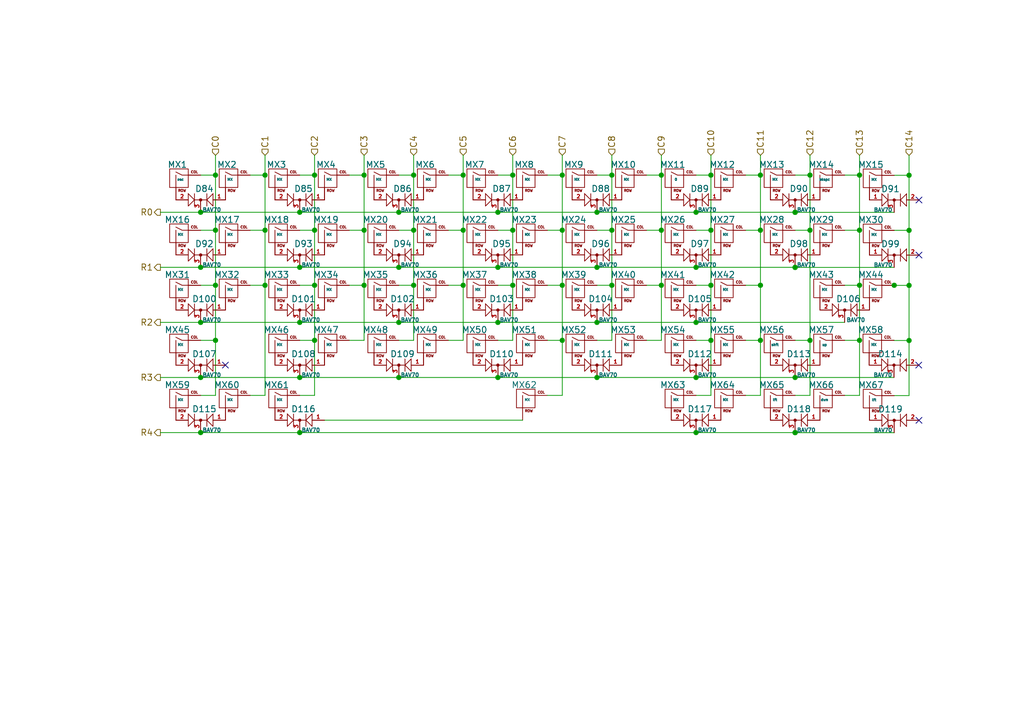
<source format=kicad_sch>
(kicad_sch (version 20210621) (generator eeschema)
  (paper "A5")
  (title_block (title "Switch Matrix") (date "2021-11-01") (rev "1.0") (company "0xCB") (comment 1 "Conor Burns"))
  (lib_symbols
    (symbol "0xcb:BAV70" (pin_names (offset 0.762) hide)
      (property "Reference" "D" (at 0.635 -2.54 0))
      (property "Value" "BAV70" (at 0 2.54 0))
      (symbol "BAV70_0_1"
        (polyline (pts (xy -1.27 1.27) (xy -1.27 -1.27)))
        (polyline (pts (xy 1.27 0) (xy -1.27 0)))
        (polyline (pts (xy 1.27 1.27) (xy 1.27 -1.27)))
        (polyline (pts (xy -2.54 1.27) (xy -2.54 -1.27) (xy -1.27 0) (xy -2.54 1.27)))
        (polyline (pts (xy 2.54 1.27) (xy 2.54 -1.27) (xy 1.27 0) (xy 2.54 1.27)))
        (circle (center 0 0) (radius 0.254) (fill (type outline)))
      )
      (symbol "BAV70_1_1"
        (pin input line (at -5.08 0 0) (length 2.54) (name "A1") (number "1"))
        (pin input line (at 5.08 0 180) (length 2.54) (name "A2") (number "2"))
        (pin passive line (at 0 -2.54 90) (length 2.54) (name "K") (number "3"))
      )
    )
    (symbol "0xcb:MX" (pin_names (offset 1.016))
      (property "Reference" "MX" (at -0.635 1.905 0))
      (property "Value" "MX" (at 0.635 0.635 0))
      (symbol "MX_1_0"
        (text "COL" (at 2.54 0.635 0) (effects (font (size 0.508 0.508))))
      )
      (symbol "MX_1_1"
        (polyline (pts (xy -1.27 -2.54) (xy -1.27 0)))
        (polyline (pts (xy 1.27 0) (xy 0 0) (xy -1.27 0.635)))
        (polyline (pts (xy -2.54 1.27) (xy 1.27 1.27) (xy 1.27 -2.54) (xy -2.54 -2.54) (xy -2.54 1.27)))
        (text "ROW" (at 0 -3.175 0) (effects (font (size 0.508 0.508))))
        (pin passive line (at 3.81 0 180) (length 2.54) (name "COL") (number "1"))
        (pin passive line (at -1.27 -5.08 90) (length 2.54) (name "ROW") (number "2"))
      )
    )
  )
  (junction (at 41.148 43.561))
  (junction (at 41.148 54.864))
  (junction (at 41.148 66.167))
  (junction (at 41.148 77.47))
  (junction (at 41.148 88.773))
  (junction (at 44.196 35.941))
  (junction (at 44.196 47.244))
  (junction (at 44.196 58.547))
  (junction (at 44.196 69.85))
  (junction (at 54.356 35.941))
  (junction (at 54.356 47.244))
  (junction (at 54.356 58.547))
  (junction (at 61.468 43.561))
  (junction (at 61.468 54.864))
  (junction (at 61.468 66.167))
  (junction (at 61.468 77.47))
  (junction (at 61.468 88.773))
  (junction (at 64.516 35.941))
  (junction (at 64.516 47.244))
  (junction (at 64.516 58.547))
  (junction (at 64.516 69.85))
  (junction (at 74.676 35.941))
  (junction (at 74.676 47.244))
  (junction (at 74.676 58.547))
  (junction (at 81.788 43.561))
  (junction (at 81.788 54.864))
  (junction (at 81.788 66.167))
  (junction (at 81.788 77.47))
  (junction (at 84.836 35.941))
  (junction (at 84.836 47.244))
  (junction (at 84.836 58.547))
  (junction (at 94.996 35.941))
  (junction (at 94.996 47.244))
  (junction (at 94.996 58.547))
  (junction (at 102.108 43.561))
  (junction (at 102.108 54.864))
  (junction (at 102.108 66.167))
  (junction (at 102.108 77.47))
  (junction (at 105.156 35.941))
  (junction (at 105.156 47.244))
  (junction (at 105.156 58.547))
  (junction (at 115.316 35.941))
  (junction (at 115.316 47.244))
  (junction (at 115.316 58.547))
  (junction (at 115.316 69.85))
  (junction (at 122.428 43.561))
  (junction (at 122.428 54.864))
  (junction (at 122.428 66.167))
  (junction (at 122.428 77.47))
  (junction (at 125.476 35.941))
  (junction (at 125.476 47.244))
  (junction (at 125.476 58.547))
  (junction (at 135.636 35.941))
  (junction (at 135.636 47.244))
  (junction (at 135.636 58.547))
  (junction (at 142.748 43.561))
  (junction (at 142.748 54.864))
  (junction (at 142.748 66.167))
  (junction (at 142.748 77.47))
  (junction (at 142.748 88.773))
  (junction (at 145.796 35.941))
  (junction (at 145.796 47.244))
  (junction (at 145.796 58.547))
  (junction (at 145.796 69.85))
  (junction (at 155.956 35.941))
  (junction (at 155.956 47.244))
  (junction (at 155.956 58.547))
  (junction (at 155.956 69.85))
  (junction (at 163.068 43.561))
  (junction (at 163.068 43.5864))
  (junction (at 163.068 54.864))
  (junction (at 163.068 54.8894))
  (junction (at 163.068 77.47))
  (junction (at 163.068 88.773))
  (junction (at 163.068 88.7984))
  (junction (at 166.116 35.941))
  (junction (at 166.116 47.244))
  (junction (at 166.116 69.85))
  (junction (at 176.276 35.941))
  (junction (at 176.276 47.244))
  (junction (at 176.276 58.547))
  (junction (at 176.276 69.85))
  (junction (at 183.388 58.547))
  (junction (at 186.436 35.9664))
  (junction (at 186.436 47.2694))
  (junction (at 186.436 58.5709))
  (junction (at 186.436 69.8794))
  (no_connect (at 46.228 74.93))
  (no_connect (at 188.419 74.93))
  (no_connect (at 188.468 41.0464))
  (no_connect (at 188.468 52.3494))
  (no_connect (at 188.468 86.2584))
  (wire (pts (xy 32.893 43.561) (xy 41.148 43.561)))
  (wire (pts (xy 32.893 66.167) (xy 41.148 66.167)))
  (wire (pts (xy 32.893 88.773) (xy 41.148 88.773)))
  (wire (pts (xy 41.148 43.561) (xy 61.468 43.561)))
  (wire (pts (xy 41.148 47.244) (xy 44.196 47.244)))
  (wire (pts (xy 41.148 54.864) (xy 32.893 54.864)))
  (wire (pts (xy 41.148 66.167) (xy 61.468 66.167)))
  (wire (pts (xy 41.148 69.85) (xy 44.196 69.85)))
  (wire (pts (xy 41.148 77.47) (xy 32.893 77.47)))
  (wire (pts (xy 41.148 88.773) (xy 61.468 88.773)))
  (wire (pts (xy 44.196 31.877) (xy 44.196 35.941)))
  (wire (pts (xy 44.196 35.941) (xy 41.148 35.941)))
  (wire (pts (xy 44.196 47.244) (xy 44.196 35.941)))
  (wire (pts (xy 44.196 58.547) (xy 41.148 58.547)))
  (wire (pts (xy 44.196 58.547) (xy 44.196 47.244)))
  (wire (pts (xy 44.196 69.85) (xy 44.196 58.547)))
  (wire (pts (xy 44.196 81.153) (xy 41.148 81.153)))
  (wire (pts (xy 44.196 81.153) (xy 44.196 69.85)))
  (wire (pts (xy 51.308 47.244) (xy 54.356 47.244)))
  (wire (pts (xy 54.356 31.877) (xy 54.356 35.941)))
  (wire (pts (xy 54.356 35.941) (xy 51.308 35.941)))
  (wire (pts (xy 54.356 47.244) (xy 54.356 35.941)))
  (wire (pts (xy 54.356 58.547) (xy 51.308 58.547)))
  (wire (pts (xy 54.356 58.547) (xy 54.356 47.244)))
  (wire (pts (xy 54.356 58.547) (xy 54.356 81.153)))
  (wire (pts (xy 54.356 81.153) (xy 51.308 81.153)))
  (wire (pts (xy 61.468 43.561) (xy 81.788 43.561)))
  (wire (pts (xy 61.468 47.244) (xy 64.516 47.244)))
  (wire (pts (xy 61.468 54.864) (xy 41.148 54.864)))
  (wire (pts (xy 61.468 66.167) (xy 81.788 66.167)))
  (wire (pts (xy 61.468 69.85) (xy 64.516 69.85)))
  (wire (pts (xy 61.468 77.47) (xy 41.148 77.47)))
  (wire (pts (xy 61.468 88.773) (xy 142.748 88.773)))
  (wire (pts (xy 64.516 31.877) (xy 64.516 35.941)))
  (wire (pts (xy 64.516 35.941) (xy 61.468 35.941)))
  (wire (pts (xy 64.516 47.244) (xy 64.516 35.941)))
  (wire (pts (xy 64.516 58.547) (xy 61.468 58.547)))
  (wire (pts (xy 64.516 58.547) (xy 64.516 47.244)))
  (wire (pts (xy 64.516 69.85) (xy 64.516 58.547)))
  (wire (pts (xy 64.516 81.153) (xy 61.468 81.153)))
  (wire (pts (xy 64.516 81.153) (xy 64.516 69.85)))
  (wire (pts (xy 66.548 86.233) (xy 107.188 86.233)))
  (wire (pts (xy 71.628 47.244) (xy 74.676 47.244)))
  (wire (pts (xy 71.628 69.85) (xy 74.676 69.85)))
  (wire (pts (xy 74.676 31.877) (xy 74.676 35.941)))
  (wire (pts (xy 74.676 35.941) (xy 71.628 35.941)))
  (wire (pts (xy 74.676 47.244) (xy 74.676 35.941)))
  (wire (pts (xy 74.676 58.547) (xy 71.628 58.547)))
  (wire (pts (xy 74.676 58.547) (xy 74.676 47.244)))
  (wire (pts (xy 74.676 69.85) (xy 74.676 58.547)))
  (wire (pts (xy 81.788 43.561) (xy 102.108 43.561)))
  (wire (pts (xy 81.788 47.244) (xy 84.836 47.244)))
  (wire (pts (xy 81.788 54.864) (xy 61.468 54.864)))
  (wire (pts (xy 81.788 66.167) (xy 102.108 66.167)))
  (wire (pts (xy 81.788 69.85) (xy 84.836 69.85)))
  (wire (pts (xy 81.788 77.47) (xy 61.468 77.47)))
  (wire (pts (xy 84.836 31.877) (xy 84.836 35.941)))
  (wire (pts (xy 84.836 35.941) (xy 81.788 35.941)))
  (wire (pts (xy 84.836 47.244) (xy 84.836 35.941)))
  (wire (pts (xy 84.836 58.547) (xy 81.788 58.547)))
  (wire (pts (xy 84.836 58.547) (xy 84.836 47.244)))
  (wire (pts (xy 84.836 69.85) (xy 84.836 58.547)))
  (wire (pts (xy 91.948 47.244) (xy 94.996 47.244)))
  (wire (pts (xy 91.948 69.85) (xy 94.996 69.85)))
  (wire (pts (xy 94.996 31.877) (xy 94.996 35.941)))
  (wire (pts (xy 94.996 35.941) (xy 91.948 35.941)))
  (wire (pts (xy 94.996 47.244) (xy 94.996 35.941)))
  (wire (pts (xy 94.996 58.547) (xy 91.948 58.547)))
  (wire (pts (xy 94.996 58.547) (xy 94.996 47.244)))
  (wire (pts (xy 94.996 69.85) (xy 94.996 58.547)))
  (wire (pts (xy 102.108 43.561) (xy 122.428 43.561)))
  (wire (pts (xy 102.108 47.244) (xy 105.156 47.244)))
  (wire (pts (xy 102.108 54.864) (xy 81.788 54.864)))
  (wire (pts (xy 102.108 66.167) (xy 122.428 66.167)))
  (wire (pts (xy 102.108 69.85) (xy 105.156 69.85)))
  (wire (pts (xy 102.108 77.47) (xy 81.788 77.47)))
  (wire (pts (xy 105.156 31.877) (xy 105.156 35.941)))
  (wire (pts (xy 105.156 35.941) (xy 102.108 35.941)))
  (wire (pts (xy 105.156 47.244) (xy 105.156 35.941)))
  (wire (pts (xy 105.156 58.547) (xy 102.108 58.547)))
  (wire (pts (xy 105.156 58.547) (xy 105.156 47.244)))
  (wire (pts (xy 105.156 69.85) (xy 105.156 58.547)))
  (wire (pts (xy 112.268 47.244) (xy 115.316 47.244)))
  (wire (pts (xy 112.268 69.85) (xy 115.316 69.85)))
  (wire (pts (xy 115.316 31.877) (xy 115.316 35.941)))
  (wire (pts (xy 115.316 35.941) (xy 112.268 35.941)))
  (wire (pts (xy 115.316 47.244) (xy 115.316 35.941)))
  (wire (pts (xy 115.316 58.547) (xy 112.268 58.547)))
  (wire (pts (xy 115.316 58.547) (xy 115.316 47.244)))
  (wire (pts (xy 115.316 69.85) (xy 115.316 58.547)))
  (wire (pts (xy 115.316 81.153) (xy 112.268 81.153)))
  (wire (pts (xy 115.316 81.153) (xy 115.316 69.85)))
  (wire (pts (xy 122.428 43.561) (xy 142.748 43.561)))
  (wire (pts (xy 122.428 47.244) (xy 125.476 47.244)))
  (wire (pts (xy 122.428 54.864) (xy 102.108 54.864)))
  (wire (pts (xy 122.428 66.167) (xy 142.748 66.167)))
  (wire (pts (xy 122.428 69.85) (xy 125.476 69.85)))
  (wire (pts (xy 122.428 77.47) (xy 102.108 77.47)))
  (wire (pts (xy 125.476 31.877) (xy 125.476 35.941)))
  (wire (pts (xy 125.476 35.941) (xy 122.428 35.941)))
  (wire (pts (xy 125.476 47.244) (xy 125.476 35.941)))
  (wire (pts (xy 125.476 58.547) (xy 122.428 58.547)))
  (wire (pts (xy 125.476 58.547) (xy 125.476 47.244)))
  (wire (pts (xy 125.476 69.85) (xy 125.476 58.547)))
  (wire (pts (xy 132.588 47.244) (xy 135.636 47.244)))
  (wire (pts (xy 132.588 69.85) (xy 135.636 69.85)))
  (wire (pts (xy 135.636 31.877) (xy 135.636 35.941)))
  (wire (pts (xy 135.636 35.941) (xy 132.588 35.941)))
  (wire (pts (xy 135.636 47.244) (xy 135.636 35.941)))
  (wire (pts (xy 135.636 58.547) (xy 132.588 58.547)))
  (wire (pts (xy 135.636 58.547) (xy 135.636 47.244)))
  (wire (pts (xy 135.636 69.85) (xy 135.636 58.547)))
  (wire (pts (xy 142.748 43.561) (xy 163.068 43.561)))
  (wire (pts (xy 142.748 47.244) (xy 145.796 47.244)))
  (wire (pts (xy 142.748 54.864) (xy 122.428 54.864)))
  (wire (pts (xy 142.748 66.167) (xy 173.228 66.167)))
  (wire (pts (xy 142.748 69.85) (xy 145.796 69.85)))
  (wire (pts (xy 142.748 77.47) (xy 122.428 77.47)))
  (wire (pts (xy 142.748 88.773) (xy 163.068 88.773)))
  (wire (pts (xy 145.796 31.877) (xy 145.796 35.941)))
  (wire (pts (xy 145.796 35.941) (xy 142.748 35.941)))
  (wire (pts (xy 145.796 47.244) (xy 145.796 35.941)))
  (wire (pts (xy 145.796 58.547) (xy 142.748 58.547)))
  (wire (pts (xy 145.796 58.547) (xy 145.796 47.244)))
  (wire (pts (xy 145.796 69.85) (xy 145.796 58.547)))
  (wire (pts (xy 145.796 69.85) (xy 145.796 81.153)))
  (wire (pts (xy 145.796 81.153) (xy 142.748 81.153)))
  (wire (pts (xy 152.908 47.244) (xy 155.956 47.244)))
  (wire (pts (xy 152.908 69.85) (xy 155.956 69.85)))
  (wire (pts (xy 155.956 31.877) (xy 155.956 35.941)))
  (wire (pts (xy 155.956 35.941) (xy 152.908 35.941)))
  (wire (pts (xy 155.956 47.244) (xy 155.956 35.941)))
  (wire (pts (xy 155.956 58.547) (xy 152.908 58.547)))
  (wire (pts (xy 155.956 58.547) (xy 155.956 47.244)))
  (wire (pts (xy 155.956 69.85) (xy 155.956 58.547)))
  (wire (pts (xy 155.956 81.153) (xy 152.908 81.153)))
  (wire (pts (xy 155.956 81.153) (xy 155.956 69.85)))
  (wire (pts (xy 163.068 43.5864) (xy 163.068 43.561)))
  (wire (pts (xy 163.068 47.244) (xy 166.116 47.244)))
  (wire (pts (xy 163.068 54.864) (xy 142.748 54.864)))
  (wire (pts (xy 163.068 54.8894) (xy 163.068 54.864)))
  (wire (pts (xy 163.068 69.85) (xy 166.116 69.85)))
  (wire (pts (xy 163.068 77.47) (xy 142.748 77.47)))
  (wire (pts (xy 163.068 77.47) (xy 183.339 77.47)))
  (wire (pts (xy 163.068 88.7984) (xy 163.068 88.773)))
  (wire (pts (xy 166.116 31.877) (xy 166.116 35.941)))
  (wire (pts (xy 166.116 35.941) (xy 163.068 35.941)))
  (wire (pts (xy 166.116 47.244) (xy 166.116 35.941)))
  (wire (pts (xy 166.116 47.244) (xy 166.116 69.85)))
  (wire (pts (xy 166.116 69.85) (xy 166.116 81.153)))
  (wire (pts (xy 166.116 81.153) (xy 163.068 81.153)))
  (wire (pts (xy 173.228 47.244) (xy 176.276 47.244)))
  (wire (pts (xy 173.228 69.85) (xy 176.276 69.85)))
  (wire (pts (xy 176.276 31.877) (xy 176.276 35.941)))
  (wire (pts (xy 176.276 35.941) (xy 173.228 35.941)))
  (wire (pts (xy 176.276 47.244) (xy 176.276 35.941)))
  (wire (pts (xy 176.276 58.547) (xy 173.228 58.547)))
  (wire (pts (xy 176.276 58.547) (xy 176.276 47.244)))
  (wire (pts (xy 176.276 69.85) (xy 176.276 58.547)))
  (wire (pts (xy 176.276 81.153) (xy 173.228 81.153)))
  (wire (pts (xy 176.276 81.153) (xy 176.276 69.85)))
  (wire (pts (xy 183.339 69.8794) (xy 183.339 69.85)))
  (wire (pts (xy 183.388 43.5864) (xy 163.068 43.5864)))
  (wire (pts (xy 183.388 47.2694) (xy 186.436 47.2694)))
  (wire (pts (xy 183.388 54.8894) (xy 163.068 54.8894)))
  (wire (pts (xy 183.388 58.5709) (xy 183.388 58.5724)))
  (wire (pts (xy 183.388 88.7984) (xy 163.068 88.7984)))
  (wire (pts (xy 186.436 31.9024) (xy 186.436 35.9664)))
  (wire (pts (xy 186.436 35.9664) (xy 183.388 35.9664)))
  (wire (pts (xy 186.436 47.2694) (xy 186.436 35.9664)))
  (wire (pts (xy 186.436 47.2694) (xy 186.436 58.5709)))
  (wire (pts (xy 186.436 58.5709) (xy 183.388 58.5709)))
  (wire (pts (xy 186.436 58.5709) (xy 186.436 69.8794)))
  (wire (pts (xy 186.436 69.8794) (xy 183.339 69.8794)))
  (wire (pts (xy 186.436 69.8794) (xy 186.436 81.1784)))
  (wire (pts (xy 186.436 81.1784) (xy 183.388 81.1784)))
  (hierarchical_label "R0" (shape output) (at 32.893 43.561 180))
  (hierarchical_label "R1" (shape output) (at 32.893 54.864 180))
  (hierarchical_label "R2" (shape output) (at 32.893 66.167 180))
  (hierarchical_label "R3" (shape output) (at 32.893 77.47 180))
  (hierarchical_label "R4" (shape output) (at 32.893 88.773 180))
  (hierarchical_label "C0" (shape input) (at 44.196 31.877 90))
  (hierarchical_label "C1" (shape input) (at 54.356 31.877 90))
  (hierarchical_label "C2" (shape input) (at 64.516 31.877 90))
  (hierarchical_label "C3" (shape input) (at 74.676 31.877 90))
  (hierarchical_label "C4" (shape input) (at 84.836 31.877 90))
  (hierarchical_label "C5" (shape input) (at 94.996 31.877 90))
  (hierarchical_label "C6" (shape input) (at 105.156 31.877 90))
  (hierarchical_label "C7" (shape input) (at 115.316 31.877 90))
  (hierarchical_label "C8" (shape input) (at 125.476 31.877 90))
  (hierarchical_label "C9" (shape input) (at 135.636 31.877 90))
  (hierarchical_label "C10" (shape input) (at 145.796 31.877 90))
  (hierarchical_label "C11" (shape input) (at 155.956 31.877 90))
  (hierarchical_label "C12" (shape input) (at 166.116 31.877 90))
  (hierarchical_label "C13" (shape input) (at 176.276 31.877 90))
  (hierarchical_label "C14" (shape input) (at 186.436 31.9024 90))
  (symbol (lib_id "0xcb:BAV70") (at 41.148 41.021 0) (mirror y) (unit 1)
    (property "Reference" "D84" (at 41.91 38.735 0))
    (property "Value" "BAV70" (at 43.434 43.053 0) (effects (font (size 0.8 0.8))))
    (property "Footprint" "Package_TO_SOT_SMD:SOT-23" (effects hide))
    (property "Datasheet" "https://assets.nexperia.com/documents/data-sheet/BAV70_SER.pdf" (effects hide))
  )
  (symbol (lib_id "0xcb:BAV70") (at 41.148 52.324 0) (mirror y) (unit 1)
    (property "Reference" "D92" (at 41.91 50.038 0))
    (property "Value" "BAV70" (at 43.434 54.356 0) (effects (font (size 0.8 0.8))))
    (property "Footprint" "Package_TO_SOT_SMD:SOT-23" (effects hide))
    (property "Datasheet" "https://assets.nexperia.com/documents/data-sheet/BAV70_SER.pdf" (effects hide))
  )
  (symbol (lib_id "0xcb:BAV70") (at 41.148 63.627 0) (mirror y) (unit 1)
    (property "Reference" "D100" (at 41.91 61.341 0))
    (property "Value" "BAV70" (at 43.434 65.659 0) (effects (font (size 0.8 0.8))))
    (property "Footprint" "Package_TO_SOT_SMD:SOT-23" (effects hide))
    (property "Datasheet" "https://assets.nexperia.com/documents/data-sheet/BAV70_SER.pdf" (effects hide))
  )
  (symbol (lib_id "0xcb:BAV70") (at 41.148 74.93 0) (mirror y) (unit 1)
    (property "Reference" "D107" (at 41.91 72.644 0))
    (property "Value" "BAV70" (at 43.434 76.962 0) (effects (font (size 0.8 0.8))))
    (property "Footprint" "Package_TO_SOT_SMD:SOT-23" (effects hide))
    (property "Datasheet" "https://assets.nexperia.com/documents/data-sheet/BAV70_SER.pdf" (effects hide))
  )
  (symbol (lib_id "0xcb:BAV70") (at 41.148 86.233 0) (mirror y) (unit 1)
    (property "Reference" "D115" (at 41.91 83.947 0))
    (property "Value" "BAV70" (at 43.434 88.265 0) (effects (font (size 0.8 0.8))))
    (property "Footprint" "Package_TO_SOT_SMD:SOT-23" (effects hide))
    (property "Datasheet" "https://assets.nexperia.com/documents/data-sheet/BAV70_SER.pdf" (effects hide))
  )
  (symbol (lib_id "0xcb:BAV70") (at 61.468 41.021 0) (mirror y) (unit 1)
    (property "Reference" "D85" (at 62.23 38.735 0))
    (property "Value" "BAV70" (at 63.754 43.053 0) (effects (font (size 0.8 0.8))))
    (property "Footprint" "Package_TO_SOT_SMD:SOT-23" (effects hide))
    (property "Datasheet" "https://assets.nexperia.com/documents/data-sheet/BAV70_SER.pdf" (effects hide))
  )
  (symbol (lib_id "0xcb:BAV70") (at 61.468 52.324 0) (mirror y) (unit 1)
    (property "Reference" "D93" (at 62.23 50.038 0))
    (property "Value" "BAV70" (at 63.754 54.356 0) (effects (font (size 0.8 0.8))))
    (property "Footprint" "Package_TO_SOT_SMD:SOT-23" (effects hide))
    (property "Datasheet" "https://assets.nexperia.com/documents/data-sheet/BAV70_SER.pdf" (effects hide))
  )
  (symbol (lib_id "0xcb:BAV70") (at 61.468 63.627 0) (mirror y) (unit 1)
    (property "Reference" "D101" (at 62.23 61.341 0))
    (property "Value" "BAV70" (at 63.754 65.659 0) (effects (font (size 0.8 0.8))))
    (property "Footprint" "Package_TO_SOT_SMD:SOT-23" (effects hide))
    (property "Datasheet" "https://assets.nexperia.com/documents/data-sheet/BAV70_SER.pdf" (effects hide))
  )
  (symbol (lib_id "0xcb:BAV70") (at 61.468 74.93 0) (mirror y) (unit 1)
    (property "Reference" "D108" (at 62.23 72.644 0))
    (property "Value" "BAV70" (at 63.754 76.962 0) (effects (font (size 0.8 0.8))))
    (property "Footprint" "Package_TO_SOT_SMD:SOT-23" (effects hide))
    (property "Datasheet" "https://assets.nexperia.com/documents/data-sheet/BAV70_SER.pdf" (effects hide))
  )
  (symbol (lib_id "0xcb:BAV70") (at 61.468 86.233 0) (mirror y) (unit 1)
    (property "Reference" "D116" (at 62.23 83.947 0))
    (property "Value" "BAV70" (at 63.754 88.265 0) (effects (font (size 0.8 0.8))))
    (property "Footprint" "Package_TO_SOT_SMD:SOT-23" (effects hide))
    (property "Datasheet" "https://assets.nexperia.com/documents/data-sheet/BAV70_SER.pdf" (effects hide))
  )
  (symbol (lib_id "0xcb:BAV70") (at 81.788 41.021 0) (mirror y) (unit 1)
    (property "Reference" "D86" (at 82.55 38.735 0))
    (property "Value" "BAV70" (at 84.074 43.053 0) (effects (font (size 0.8 0.8))))
    (property "Footprint" "Package_TO_SOT_SMD:SOT-23" (effects hide))
    (property "Datasheet" "https://assets.nexperia.com/documents/data-sheet/BAV70_SER.pdf" (effects hide))
  )
  (symbol (lib_id "0xcb:BAV70") (at 81.788 52.324 0) (mirror y) (unit 1)
    (property "Reference" "D94" (at 82.55 50.038 0))
    (property "Value" "BAV70" (at 84.074 54.356 0) (effects (font (size 0.8 0.8))))
    (property "Footprint" "Package_TO_SOT_SMD:SOT-23" (effects hide))
    (property "Datasheet" "https://assets.nexperia.com/documents/data-sheet/BAV70_SER.pdf" (effects hide))
  )
  (symbol (lib_id "0xcb:BAV70") (at 81.788 63.627 0) (mirror y) (unit 1)
    (property "Reference" "D102" (at 82.55 61.341 0))
    (property "Value" "BAV70" (at 84.074 65.659 0) (effects (font (size 0.8 0.8))))
    (property "Footprint" "Package_TO_SOT_SMD:SOT-23" (effects hide))
    (property "Datasheet" "https://assets.nexperia.com/documents/data-sheet/BAV70_SER.pdf" (effects hide))
  )
  (symbol (lib_id "0xcb:BAV70") (at 81.788 74.93 0) (mirror y) (unit 1)
    (property "Reference" "D109" (at 82.55 72.644 0))
    (property "Value" "BAV70" (at 84.074 76.962 0) (effects (font (size 0.8 0.8))))
    (property "Footprint" "Package_TO_SOT_SMD:SOT-23" (effects hide))
    (property "Datasheet" "https://assets.nexperia.com/documents/data-sheet/BAV70_SER.pdf" (effects hide))
  )
  (symbol (lib_id "0xcb:BAV70") (at 102.108 41.021 0) (mirror y) (unit 1)
    (property "Reference" "D87" (at 102.87 38.735 0))
    (property "Value" "BAV70" (at 104.394 43.053 0) (effects (font (size 0.8 0.8))))
    (property "Footprint" "Package_TO_SOT_SMD:SOT-23" (effects hide))
    (property "Datasheet" "https://assets.nexperia.com/documents/data-sheet/BAV70_SER.pdf" (effects hide))
  )
  (symbol (lib_id "0xcb:BAV70") (at 102.108 52.324 0) (mirror y) (unit 1)
    (property "Reference" "D95" (at 102.87 50.038 0))
    (property "Value" "BAV70" (at 104.394 54.356 0) (effects (font (size 0.8 0.8))))
    (property "Footprint" "Package_TO_SOT_SMD:SOT-23" (effects hide))
    (property "Datasheet" "https://assets.nexperia.com/documents/data-sheet/BAV70_SER.pdf" (effects hide))
  )
  (symbol (lib_id "0xcb:BAV70") (at 102.108 63.627 0) (mirror y) (unit 1)
    (property "Reference" "D103" (at 102.87 61.341 0))
    (property "Value" "BAV70" (at 104.394 65.659 0) (effects (font (size 0.8 0.8))))
    (property "Footprint" "Package_TO_SOT_SMD:SOT-23" (effects hide))
    (property "Datasheet" "https://assets.nexperia.com/documents/data-sheet/BAV70_SER.pdf" (effects hide))
  )
  (symbol (lib_id "0xcb:BAV70") (at 102.108 74.93 0) (mirror y) (unit 1)
    (property "Reference" "D110" (at 102.87 72.644 0))
    (property "Value" "BAV70" (at 104.394 76.962 0) (effects (font (size 0.8 0.8))))
    (property "Footprint" "Package_TO_SOT_SMD:SOT-23" (effects hide))
    (property "Datasheet" "https://assets.nexperia.com/documents/data-sheet/BAV70_SER.pdf" (effects hide))
  )
  (symbol (lib_id "0xcb:BAV70") (at 122.428 41.021 0) (mirror y) (unit 1)
    (property "Reference" "D88" (at 123.19 38.735 0))
    (property "Value" "BAV70" (at 124.714 43.053 0) (effects (font (size 0.8 0.8))))
    (property "Footprint" "Package_TO_SOT_SMD:SOT-23" (effects hide))
    (property "Datasheet" "https://assets.nexperia.com/documents/data-sheet/BAV70_SER.pdf" (effects hide))
  )
  (symbol (lib_id "0xcb:BAV70") (at 122.428 52.324 0) (mirror y) (unit 1)
    (property "Reference" "D96" (at 123.19 50.038 0))
    (property "Value" "BAV70" (at 124.714 54.356 0) (effects (font (size 0.8 0.8))))
    (property "Footprint" "Package_TO_SOT_SMD:SOT-23" (effects hide))
    (property "Datasheet" "https://assets.nexperia.com/documents/data-sheet/BAV70_SER.pdf" (effects hide))
  )
  (symbol (lib_id "0xcb:BAV70") (at 122.428 63.627 0) (mirror y) (unit 1)
    (property "Reference" "D104" (at 123.19 61.341 0))
    (property "Value" "BAV70" (at 124.714 65.659 0) (effects (font (size 0.8 0.8))))
    (property "Footprint" "Package_TO_SOT_SMD:SOT-23" (effects hide))
    (property "Datasheet" "https://assets.nexperia.com/documents/data-sheet/BAV70_SER.pdf" (effects hide))
  )
  (symbol (lib_id "0xcb:BAV70") (at 122.428 74.93 0) (mirror y) (unit 1)
    (property "Reference" "D111" (at 123.19 72.644 0))
    (property "Value" "BAV70" (at 124.714 76.962 0) (effects (font (size 0.8 0.8))))
    (property "Footprint" "Package_TO_SOT_SMD:SOT-23" (effects hide))
    (property "Datasheet" "https://assets.nexperia.com/documents/data-sheet/BAV70_SER.pdf" (effects hide))
  )
  (symbol (lib_id "0xcb:BAV70") (at 142.748 41.021 0) (mirror y) (unit 1)
    (property "Reference" "D89" (at 143.51 38.735 0))
    (property "Value" "BAV70" (at 145.034 43.053 0) (effects (font (size 0.8 0.8))))
    (property "Footprint" "Package_TO_SOT_SMD:SOT-23" (effects hide))
    (property "Datasheet" "https://assets.nexperia.com/documents/data-sheet/BAV70_SER.pdf" (effects hide))
  )
  (symbol (lib_id "0xcb:BAV70") (at 142.748 52.324 0) (mirror y) (unit 1)
    (property "Reference" "D97" (at 143.51 50.038 0))
    (property "Value" "BAV70" (at 145.034 54.356 0) (effects (font (size 0.8 0.8))))
    (property "Footprint" "Package_TO_SOT_SMD:SOT-23" (effects hide))
    (property "Datasheet" "https://assets.nexperia.com/documents/data-sheet/BAV70_SER.pdf" (effects hide))
  )
  (symbol (lib_id "0xcb:BAV70") (at 142.748 63.627 0) (mirror y) (unit 1)
    (property "Reference" "D105" (at 143.51 61.341 0))
    (property "Value" "BAV70" (at 145.034 65.659 0) (effects (font (size 0.8 0.8))))
    (property "Footprint" "Package_TO_SOT_SMD:SOT-23" (effects hide))
    (property "Datasheet" "https://assets.nexperia.com/documents/data-sheet/BAV70_SER.pdf" (effects hide))
  )
  (symbol (lib_id "0xcb:BAV70") (at 142.748 74.93 0) (mirror y) (unit 1)
    (property "Reference" "D112" (at 143.51 72.644 0))
    (property "Value" "BAV70" (at 145.034 76.962 0) (effects (font (size 0.8 0.8))))
    (property "Footprint" "Package_TO_SOT_SMD:SOT-23" (effects hide))
    (property "Datasheet" "https://assets.nexperia.com/documents/data-sheet/BAV70_SER.pdf" (effects hide))
  )
  (symbol (lib_id "0xcb:BAV70") (at 142.748 86.233 0) (mirror y) (unit 1)
    (property "Reference" "D117" (at 143.51 83.947 0))
    (property "Value" "BAV70" (at 145.034 88.265 0) (effects (font (size 0.8 0.8))))
    (property "Footprint" "Package_TO_SOT_SMD:SOT-23" (effects hide))
    (property "Datasheet" "https://assets.nexperia.com/documents/data-sheet/BAV70_SER.pdf" (effects hide))
  )
  (symbol (lib_id "0xcb:BAV70") (at 163.068 41.021 0) (mirror y) (unit 1)
    (property "Reference" "D90" (at 163.83 38.735 0))
    (property "Value" "BAV70" (at 165.354 43.053 0) (effects (font (size 0.8 0.8))))
    (property "Footprint" "Package_TO_SOT_SMD:SOT-23" (effects hide))
    (property "Datasheet" "https://assets.nexperia.com/documents/data-sheet/BAV70_SER.pdf" (effects hide))
  )
  (symbol (lib_id "0xcb:BAV70") (at 163.068 52.324 0) (mirror y) (unit 1)
    (property "Reference" "D98" (at 163.83 50.038 0))
    (property "Value" "BAV70" (at 165.354 54.356 0) (effects (font (size 0.8 0.8))))
    (property "Footprint" "Package_TO_SOT_SMD:SOT-23" (effects hide))
    (property "Datasheet" "https://assets.nexperia.com/documents/data-sheet/BAV70_SER.pdf" (effects hide))
  )
  (symbol (lib_id "0xcb:BAV70") (at 163.068 74.93 0) (mirror y) (unit 1)
    (property "Reference" "D113" (at 163.83 72.644 0))
    (property "Value" "BAV70" (at 165.354 76.962 0) (effects (font (size 0.8 0.8))))
    (property "Footprint" "Package_TO_SOT_SMD:SOT-23" (effects hide))
    (property "Datasheet" "https://assets.nexperia.com/documents/data-sheet/BAV70_SER.pdf" (effects hide))
  )
  (symbol (lib_id "0xcb:BAV70") (at 163.068 86.233 0) (mirror y) (unit 1)
    (property "Reference" "D118" (at 163.83 83.947 0))
    (property "Value" "BAV70" (at 165.354 88.265 0) (effects (font (size 0.8 0.8))))
    (property "Footprint" "Package_TO_SOT_SMD:SOT-23" (effects hide))
    (property "Datasheet" "https://assets.nexperia.com/documents/data-sheet/BAV70_SER.pdf" (effects hide))
  )
  (symbol (lib_id "0xcb:BAV70") (at 173.228 63.627 0) (mirror y) (unit 1)
    (property "Reference" "D106" (at 173.99 61.341 0))
    (property "Value" "BAV70" (at 175.514 65.659 0) (effects (font (size 0.8 0.8))))
    (property "Footprint" "Package_TO_SOT_SMD:SOT-23" (effects hide))
    (property "Datasheet" "https://assets.nexperia.com/documents/data-sheet/BAV70_SER.pdf" (effects hide))
  )
  (symbol (lib_id "0xcb:BAV70") (at 183.339 74.93 0) (unit 1)
    (property "Reference" "D114" (at 182.577 72.644 0))
    (property "Value" "BAV70" (at 181.053 76.962 0) (effects (font (size 0.8 0.8))))
    (property "Footprint" "Package_TO_SOT_SMD:SOT-23" (effects hide))
    (property "Datasheet" "https://assets.nexperia.com/documents/data-sheet/BAV70_SER.pdf" (effects hide))
  )
  (symbol (lib_id "0xcb:BAV70") (at 183.388 41.0464 0) (unit 1)
    (property "Reference" "D91" (at 182.626 38.7604 0))
    (property "Value" "BAV70" (at 181.102 43.0784 0) (effects (font (size 0.8 0.8))))
    (property "Footprint" "Package_TO_SOT_SMD:SOT-23" (effects hide))
    (property "Datasheet" "https://assets.nexperia.com/documents/data-sheet/BAV70_SER.pdf" (effects hide))
  )
  (symbol (lib_id "0xcb:BAV70") (at 183.388 52.3494 0) (unit 1)
    (property "Reference" "D99" (at 182.626 50.0634 0))
    (property "Value" "BAV70" (at 181.102 54.3814 0) (effects (font (size 0.8 0.8))))
    (property "Footprint" "Package_TO_SOT_SMD:SOT-23" (effects hide))
    (property "Datasheet" "https://assets.nexperia.com/documents/data-sheet/BAV70_SER.pdf" (effects hide))
  )
  (symbol (lib_id "0xcb:BAV70") (at 183.388 86.2584 0) (unit 1)
    (property "Reference" "D119" (at 182.626 83.9724 0))
    (property "Value" "BAV70" (at 181.102 88.2904 0) (effects (font (size 0.8 0.8))))
    (property "Footprint" "Package_TO_SOT_SMD:SOT-23" (effects hide))
    (property "Datasheet" "https://assets.nexperia.com/documents/data-sheet/BAV70_SER.pdf" (effects hide))
  )
  (symbol (lib_id "0xcb:MX") (at 37.338 35.941 0) (unit 1)
    (property "Reference" "MX1" (at 36.3855 33.782 0))
    (property "Value" "esc" (at 37.0205 36.83 0) (effects (font (size 0.508 0.508))))
    (property "Footprint" "0xcb:SW_Hotswap_Kailh_1.00u" (effects hide))
  )
  (symbol (lib_id "0xcb:MX") (at 37.338 47.244 0) (unit 1)
    (property "Reference" "MX16" (at 36.3855 45.085 0))
    (property "Value" "MX" (at 37.0205 48.133 0) (effects (font (size 0.508 0.508))))
    (property "Footprint" "0xcb:SW_Hotswap_Kailh_1.50u" (effects hide))
  )
  (symbol (lib_id "0xcb:MX") (at 37.338 58.547 0) (unit 1)
    (property "Reference" "MX31" (at 36.3855 56.388 0))
    (property "Value" "MX" (at 37.0205 59.436 0) (effects (font (size 0.508 0.508))))
    (property "Footprint" "0xcb:SW_Hotswap_Kailh_1.75u" (effects hide))
  )
  (symbol (lib_id "0xcb:MX") (at 37.338 69.85 0) (unit 1)
    (property "Reference" "MX45" (at 36.3855 67.691 0))
    (property "Value" "MX" (at 37.0205 70.739 0) (effects (font (size 0.508 0.508))))
    (property "Footprint" "0xcb:SW_Hotswap_Kailh_2.25u" (effects hide))
  )
  (symbol (lib_id "0xcb:MX") (at 37.338 81.153 0) (unit 1)
    (property "Reference" "MX59" (at 36.3855 78.994 0))
    (property "Value" "MX" (at 37.0205 82.042 0) (effects (font (size 0.508 0.508))))
    (property "Footprint" "0xcb:SW_Hotswap_Kailh_1.25u" (effects hide))
  )
  (symbol (lib_id "0xcb:MX") (at 47.498 35.941 0) (unit 1)
    (property "Reference" "MX2" (at 46.5455 33.782 0))
    (property "Value" "MX" (at 47.1805 36.83 0) (effects (font (size 0.508 0.508))))
    (property "Footprint" "0xcb:SW_Hotswap_Kailh_1.00u" (effects hide))
  )
  (symbol (lib_id "0xcb:MX") (at 47.498 47.244 0) (unit 1)
    (property "Reference" "MX17" (at 46.5455 45.085 0))
    (property "Value" "MX" (at 47.1805 48.133 0) (effects (font (size 0.508 0.508))))
    (property "Footprint" "0xcb:SW_Hotswap_Kailh_1.00u" (effects hide))
  )
  (symbol (lib_id "0xcb:MX") (at 47.498 58.547 0) (unit 1)
    (property "Reference" "MX32" (at 46.5455 56.388 0))
    (property "Value" "MX" (at 47.1805 59.436 0) (effects (font (size 0.508 0.508))))
    (property "Footprint" "0xcb:SW_Hotswap_Kailh_1.00u" (effects hide))
  )
  (symbol (lib_id "0xcb:MX") (at 47.498 81.153 0) (unit 1)
    (property "Reference" "MX60" (at 46.5455 78.994 0))
    (property "Value" "MX" (at 47.1805 82.042 0) (effects (font (size 0.508 0.508))))
    (property "Footprint" "0xcb:SW_Hotswap_Kailh_1.25u" (effects hide))
  )
  (symbol (lib_id "0xcb:MX") (at 57.658 35.941 0) (unit 1)
    (property "Reference" "MX3" (at 56.7055 33.782 0))
    (property "Value" "MX" (at 57.3405 36.83 0) (effects (font (size 0.508 0.508))))
    (property "Footprint" "0xcb:SW_Hotswap_Kailh_1.00u" (effects hide))
  )
  (symbol (lib_id "0xcb:MX") (at 57.658 47.244 0) (unit 1)
    (property "Reference" "MX18" (at 56.7055 45.085 0))
    (property "Value" "MX" (at 57.3405 48.133 0) (effects (font (size 0.508 0.508))))
    (property "Footprint" "0xcb:SW_Hotswap_Kailh_1.00u" (effects hide))
  )
  (symbol (lib_id "0xcb:MX") (at 57.658 58.547 0) (unit 1)
    (property "Reference" "MX33" (at 56.7055 56.388 0))
    (property "Value" "MX" (at 57.3405 59.436 0) (effects (font (size 0.508 0.508))))
    (property "Footprint" "0xcb:SW_Hotswap_Kailh_1.00u" (effects hide))
  )
  (symbol (lib_id "0xcb:MX") (at 57.658 69.85 0) (unit 1)
    (property "Reference" "MX46" (at 56.7055 67.691 0))
    (property "Value" "MX" (at 57.3405 70.739 0) (effects (font (size 0.508 0.508))))
    (property "Footprint" "0xcb:SW_Hotswap_Kailh_1.00u" (effects hide))
  )
  (symbol (lib_id "0xcb:MX") (at 57.658 81.153 0) (unit 1)
    (property "Reference" "MX61" (at 56.7055 78.994 0))
    (property "Value" "MX" (at 57.3405 82.042 0) (effects (font (size 0.508 0.508))))
    (property "Footprint" "0xcb:SW_Hotswap_Kailh_1.25u" (effects hide))
  )
  (symbol (lib_id "0xcb:MX") (at 67.818 35.941 0) (unit 1)
    (property "Reference" "MX4" (at 66.8655 33.782 0))
    (property "Value" "MX" (at 67.5005 36.83 0) (effects (font (size 0.508 0.508))))
    (property "Footprint" "0xcb:SW_Hotswap_Kailh_1.00u" (effects hide))
  )
  (symbol (lib_id "0xcb:MX") (at 67.818 47.244 0) (unit 1)
    (property "Reference" "MX19" (at 66.8655 45.085 0))
    (property "Value" "MX" (at 67.5005 48.133 0) (effects (font (size 0.508 0.508))))
    (property "Footprint" "0xcb:SW_Hotswap_Kailh_1.00u" (effects hide))
  )
  (symbol (lib_id "0xcb:MX") (at 67.818 58.547 0) (unit 1)
    (property "Reference" "MX34" (at 66.8655 56.388 0))
    (property "Value" "MX" (at 67.5005 59.436 0) (effects (font (size 0.508 0.508))))
    (property "Footprint" "0xcb:SW_Hotswap_Kailh_1.00u" (effects hide))
  )
  (symbol (lib_id "0xcb:MX") (at 67.818 69.85 0) (unit 1)
    (property "Reference" "MX47" (at 66.8655 67.691 0))
    (property "Value" "MX" (at 67.5005 70.739 0) (effects (font (size 0.508 0.508))))
    (property "Footprint" "0xcb:SW_Hotswap_Kailh_1.00u" (effects hide))
  )
  (symbol (lib_id "0xcb:MX") (at 77.978 35.941 0) (unit 1)
    (property "Reference" "MX5" (at 77.0255 33.782 0))
    (property "Value" "MX" (at 77.6605 36.83 0) (effects (font (size 0.508 0.508))))
    (property "Footprint" "0xcb:SW_Hotswap_Kailh_1.00u" (effects hide))
  )
  (symbol (lib_id "0xcb:MX") (at 77.978 47.244 0) (unit 1)
    (property "Reference" "MX20" (at 77.0255 45.085 0))
    (property "Value" "MX" (at 77.6605 48.133 0) (effects (font (size 0.508 0.508))))
    (property "Footprint" "0xcb:SW_Hotswap_Kailh_1.00u" (effects hide))
  )
  (symbol (lib_id "0xcb:MX") (at 77.978 58.547 0) (unit 1)
    (property "Reference" "MX35" (at 77.0255 56.388 0))
    (property "Value" "MX" (at 77.6605 59.436 0) (effects (font (size 0.508 0.508))))
    (property "Footprint" "0xcb:SW_Hotswap_Kailh_1.00u" (effects hide))
  )
  (symbol (lib_id "0xcb:MX") (at 77.978 69.85 0) (unit 1)
    (property "Reference" "MX48" (at 77.0255 67.691 0))
    (property "Value" "MX" (at 77.6605 70.739 0) (effects (font (size 0.508 0.508))))
    (property "Footprint" "0xcb:SW_Hotswap_Kailh_1.00u" (effects hide))
  )
  (symbol (lib_id "0xcb:MX") (at 88.138 35.941 0) (unit 1)
    (property "Reference" "MX6" (at 87.1855 33.782 0))
    (property "Value" "MX" (at 87.8205 36.83 0) (effects (font (size 0.508 0.508))))
    (property "Footprint" "0xcb:SW_Hotswap_Kailh_1.00u" (effects hide))
  )
  (symbol (lib_id "0xcb:MX") (at 88.138 47.244 0) (unit 1)
    (property "Reference" "MX21" (at 87.1855 45.085 0))
    (property "Value" "MX" (at 87.8205 48.133 0) (effects (font (size 0.508 0.508))))
    (property "Footprint" "0xcb:SW_Hotswap_Kailh_1.00u" (effects hide))
  )
  (symbol (lib_id "0xcb:MX") (at 88.138 58.547 0) (unit 1)
    (property "Reference" "MX36" (at 87.1855 56.388 0))
    (property "Value" "MX" (at 87.8205 59.436 0) (effects (font (size 0.508 0.508))))
    (property "Footprint" "0xcb:SW_Hotswap_Kailh_1.00u" (effects hide))
  )
  (symbol (lib_id "0xcb:MX") (at 88.138 69.85 0) (unit 1)
    (property "Reference" "MX49" (at 87.1855 67.691 0))
    (property "Value" "MX" (at 87.8205 70.739 0) (effects (font (size 0.508 0.508))))
    (property "Footprint" "0xcb:SW_Hotswap_Kailh_1.00u" (effects hide))
  )
  (symbol (lib_id "0xcb:MX") (at 98.298 35.941 0) (unit 1)
    (property "Reference" "MX7" (at 97.3455 33.782 0))
    (property "Value" "MX" (at 97.9805 36.83 0) (effects (font (size 0.508 0.508))))
    (property "Footprint" "0xcb:SW_Hotswap_Kailh_1.00u" (effects hide))
  )
  (symbol (lib_id "0xcb:MX") (at 98.298 47.244 0) (unit 1)
    (property "Reference" "MX22" (at 97.3455 45.085 0))
    (property "Value" "MX" (at 97.9805 48.133 0) (effects (font (size 0.508 0.508))))
    (property "Footprint" "0xcb:SW_Hotswap_Kailh_1.00u" (effects hide))
  )
  (symbol (lib_id "0xcb:MX") (at 98.298 58.547 0) (unit 1)
    (property "Reference" "MX37" (at 97.3455 56.388 0))
    (property "Value" "MX" (at 97.9805 59.436 0) (effects (font (size 0.508 0.508))))
    (property "Footprint" "0xcb:SW_Hotswap_Kailh_1.00u" (effects hide))
  )
  (symbol (lib_id "0xcb:MX") (at 98.298 69.85 0) (unit 1)
    (property "Reference" "MX50" (at 97.3455 67.691 0))
    (property "Value" "MX" (at 97.9805 70.739 0) (effects (font (size 0.508 0.508))))
    (property "Footprint" "0xcb:SW_Hotswap_Kailh_1.00u" (effects hide))
  )
  (symbol (lib_id "0xcb:MX") (at 108.458 35.941 0) (unit 1)
    (property "Reference" "MX8" (at 107.5055 33.782 0))
    (property "Value" "MX" (at 108.1405 36.83 0) (effects (font (size 0.508 0.508))))
    (property "Footprint" "0xcb:SW_Hotswap_Kailh_1.00u" (effects hide))
  )
  (symbol (lib_id "0xcb:MX") (at 108.458 47.244 0) (unit 1)
    (property "Reference" "MX23" (at 107.5055 45.085 0))
    (property "Value" "MX" (at 108.1405 48.133 0) (effects (font (size 0.508 0.508))))
    (property "Footprint" "0xcb:SW_Hotswap_Kailh_1.00u" (effects hide))
  )
  (symbol (lib_id "0xcb:MX") (at 108.458 58.547 0) (unit 1)
    (property "Reference" "MX38" (at 107.5055 56.388 0))
    (property "Value" "MX" (at 108.1405 59.436 0) (effects (font (size 0.508 0.508))))
    (property "Footprint" "0xcb:SW_Hotswap_Kailh_1.00u" (effects hide))
  )
  (symbol (lib_id "0xcb:MX") (at 108.458 69.85 0) (unit 1)
    (property "Reference" "MX51" (at 107.5055 67.691 0))
    (property "Value" "MX" (at 108.1405 70.739 0) (effects (font (size 0.508 0.508))))
    (property "Footprint" "0xcb:SW_Hotswap_Kailh_1.00u" (effects hide))
  )
  (symbol (lib_id "0xcb:MX") (at 108.458 81.153 0) (unit 1)
    (property "Reference" "MX62" (at 107.5055 78.994 0))
    (property "Value" "MX" (at 108.1405 82.042 0) (effects (font (size 0.508 0.508))))
    (property "Footprint" "0xcb:SW_Hotswap_Kailh_6.25u" (effects hide))
  )
  (symbol (lib_id "0xcb:MX") (at 118.618 35.941 0) (unit 1)
    (property "Reference" "MX9" (at 117.6655 33.782 0))
    (property "Value" "MX" (at 118.3005 36.83 0) (effects (font (size 0.508 0.508))))
    (property "Footprint" "0xcb:SW_Hotswap_Kailh_1.00u" (effects hide))
  )
  (symbol (lib_id "0xcb:MX") (at 118.618 47.244 0) (unit 1)
    (property "Reference" "MX24" (at 117.6655 45.085 0))
    (property "Value" "MX" (at 118.3005 48.133 0) (effects (font (size 0.508 0.508))))
    (property "Footprint" "0xcb:SW_Hotswap_Kailh_1.00u" (effects hide))
  )
  (symbol (lib_id "0xcb:MX") (at 118.618 58.547 0) (unit 1)
    (property "Reference" "MX39" (at 117.6655 56.388 0))
    (property "Value" "MX" (at 118.3005 59.436 0) (effects (font (size 0.508 0.508))))
    (property "Footprint" "0xcb:SW_Hotswap_Kailh_1.00u" (effects hide))
  )
  (symbol (lib_id "0xcb:MX") (at 118.618 69.85 0) (unit 1)
    (property "Reference" "MX52" (at 117.6655 67.691 0))
    (property "Value" "MX" (at 118.3005 70.739 0) (effects (font (size 0.508 0.508))))
    (property "Footprint" "0xcb:SW_Hotswap_Kailh_1.00u" (effects hide))
  )
  (symbol (lib_id "0xcb:MX") (at 128.778 35.941 0) (unit 1)
    (property "Reference" "MX10" (at 127.8255 33.782 0))
    (property "Value" "MX" (at 128.4605 36.83 0) (effects (font (size 0.508 0.508))))
    (property "Footprint" "0xcb:SW_Hotswap_Kailh_1.00u" (effects hide))
  )
  (symbol (lib_id "0xcb:MX") (at 128.778 47.244 0) (unit 1)
    (property "Reference" "MX25" (at 127.8255 45.085 0))
    (property "Value" "MX" (at 128.4605 48.133 0) (effects (font (size 0.508 0.508))))
    (property "Footprint" "0xcb:SW_Hotswap_Kailh_1.00u" (effects hide))
  )
  (symbol (lib_id "0xcb:MX") (at 128.778 58.547 0) (unit 1)
    (property "Reference" "MX40" (at 127.8255 56.388 0))
    (property "Value" "MX" (at 128.4605 59.436 0) (effects (font (size 0.508 0.508))))
    (property "Footprint" "0xcb:SW_Hotswap_Kailh_1.00u" (effects hide))
  )
  (symbol (lib_id "0xcb:MX") (at 128.778 69.85 0) (unit 1)
    (property "Reference" "MX53" (at 127.8255 67.691 0))
    (property "Value" "MX" (at 128.4605 70.739 0) (effects (font (size 0.508 0.508))))
    (property "Footprint" "0xcb:SW_Hotswap_Kailh_1.00u" (effects hide))
  )
  (symbol (lib_id "0xcb:MX") (at 138.938 35.941 0) (unit 1)
    (property "Reference" "MX11" (at 137.9855 33.782 0))
    (property "Value" "0" (at 138.6205 36.83 0) (effects (font (size 0.508 0.508))))
    (property "Footprint" "0xcb:SW_Hotswap_Kailh_1.00u" (effects hide))
  )
  (symbol (lib_id "0xcb:MX") (at 138.938 47.244 0) (unit 1)
    (property "Reference" "MX26" (at 137.9855 45.085 0))
    (property "Value" "MX" (at 138.6205 48.133 0) (effects (font (size 0.508 0.508))))
    (property "Footprint" "0xcb:SW_Hotswap_Kailh_1.00u" (effects hide))
  )
  (symbol (lib_id "0xcb:MX") (at 138.938 58.547 0) (unit 1)
    (property "Reference" "MX41" (at 137.9855 56.388 0))
    (property "Value" "MX" (at 138.6205 59.436 0) (effects (font (size 0.508 0.508))))
    (property "Footprint" "0xcb:SW_Hotswap_Kailh_1.00u" (effects hide))
  )
  (symbol (lib_id "0xcb:MX") (at 138.938 69.85 0) (unit 1)
    (property "Reference" "MX54" (at 137.9855 67.691 0))
    (property "Value" "MX" (at 138.6205 70.739 0) (effects (font (size 0.508 0.508))))
    (property "Footprint" "0xcb:SW_Hotswap_Kailh_1.00u" (effects hide))
  )
  (symbol (lib_id "0xcb:MX") (at 138.938 81.153 0) (unit 1)
    (property "Reference" "MX63" (at 137.9855 78.994 0))
    (property "Value" "MX" (at 138.6205 82.042 0) (effects (font (size 0.508 0.508))))
    (property "Footprint" "0xcb:SW_Hotswap_Kailh_1.25u" (effects hide))
  )
  (symbol (lib_id "0xcb:MX") (at 149.098 35.941 0) (unit 1)
    (property "Reference" "MX12" (at 148.1455 33.782 0))
    (property "Value" "MX" (at 148.7805 36.83 0) (effects (font (size 0.508 0.508))))
    (property "Footprint" "0xcb:SW_Hotswap_Kailh_1.00u" (effects hide))
  )
  (symbol (lib_id "0xcb:MX") (at 149.098 47.244 0) (unit 1)
    (property "Reference" "MX27" (at 148.1455 45.085 0))
    (property "Value" "MX" (at 148.7805 48.133 0) (effects (font (size 0.508 0.508))))
    (property "Footprint" "0xcb:SW_Hotswap_Kailh_1.00u" (effects hide))
  )
  (symbol (lib_id "0xcb:MX") (at 149.098 58.547 0) (unit 1)
    (property "Reference" "MX42" (at 148.1455 56.388 0))
    (property "Value" "MX" (at 148.7805 59.436 0) (effects (font (size 0.508 0.508))))
    (property "Footprint" "0xcb:SW_Hotswap_Kailh_1.00u" (effects hide))
  )
  (symbol (lib_id "0xcb:MX") (at 149.098 69.85 0) (unit 1)
    (property "Reference" "MX55" (at 148.1455 67.691 0))
    (property "Value" "MX" (at 148.7805 70.739 0) (effects (font (size 0.508 0.508))))
    (property "Footprint" "0xcb:SW_Hotswap_Kailh_1.00u" (effects hide))
  )
  (symbol (lib_id "0xcb:MX") (at 149.098 81.153 0) (unit 1)
    (property "Reference" "MX64" (at 148.1455 78.994 0))
    (property "Value" "MX" (at 148.7805 82.042 0) (effects (font (size 0.508 0.508))))
    (property "Footprint" "0xcb:SW_Hotswap_Kailh_1.25u" (effects hide))
  )
  (symbol (lib_id "0xcb:MX") (at 159.258 35.941 0) (unit 1)
    (property "Reference" "MX13" (at 158.3055 33.782 0))
    (property "Value" "MX" (at 158.9405 36.83 0) (effects (font (size 0.508 0.508))))
    (property "Footprint" "0xcb:SW_Hotswap_Kailh_1.00u" (effects hide))
  )
  (symbol (lib_id "0xcb:MX") (at 159.258 47.244 0) (unit 1)
    (property "Reference" "MX28" (at 158.3055 45.085 0))
    (property "Value" "MX" (at 158.9405 48.133 0) (effects (font (size 0.508 0.508))))
    (property "Footprint" "0xcb:SW_Hotswap_Kailh_1.00u" (effects hide))
  )
  (symbol (lib_id "0xcb:MX") (at 159.258 69.85 0) (unit 1)
    (property "Reference" "MX56" (at 158.3055 67.691 0))
    (property "Value" "shft" (at 158.9405 70.739 0) (effects (font (size 0.508 0.508))))
    (property "Footprint" "0xcb:SW_Hotswap_Kailh_1.75u" (effects hide))
  )
  (symbol (lib_id "0xcb:MX") (at 159.258 81.153 0) (unit 1)
    (property "Reference" "MX65" (at 158.3055 78.994 0))
    (property "Value" "lft" (at 158.9405 82.042 0) (effects (font (size 0.508 0.508))))
    (property "Footprint" "0xcb:SW_Hotswap_Kailh_1.00u" (effects hide))
  )
  (symbol (lib_id "0xcb:MX") (at 169.418 35.941 0) (unit 1)
    (property "Reference" "MX14" (at 168.4655 33.782 0))
    (property "Value" "bkspc" (at 169.1005 36.83 0) (effects (font (size 0.508 0.508))))
    (property "Footprint" "0xcb:SW_Hotswap_Kailh_2.00u" (effects hide))
  )
  (symbol (lib_id "0xcb:MX") (at 169.418 47.244 0) (unit 1)
    (property "Reference" "MX29" (at 168.4655 45.085 0))
    (property "Value" "MX" (at 169.1005 48.133 0) (effects (font (size 0.508 0.508))))
    (property "Footprint" "0xcb:SW_Hotswap_Kailh_1.50u" (effects hide))
  )
  (symbol (lib_id "0xcb:MX") (at 169.418 58.547 0) (unit 1)
    (property "Reference" "MX43" (at 168.4655 56.388 0))
    (property "Value" "MX" (at 169.1005 59.436 0) (effects (font (size 0.508 0.508))))
    (property "Footprint" "0xcb:SW_Hotswap_Kailh_2.25u" (effects hide))
  )
  (symbol (lib_id "0xcb:MX") (at 169.418 69.85 0) (unit 1)
    (property "Reference" "MX57" (at 168.4655 67.691 0))
    (property "Value" "up" (at 169.1005 70.739 0) (effects (font (size 0.508 0.508))))
    (property "Footprint" "0xcb:SW_Hotswap_Kailh_1.00u" (effects hide))
  )
  (symbol (lib_id "0xcb:MX") (at 169.418 81.153 0) (unit 1)
    (property "Reference" "MX66" (at 168.4655 78.994 0))
    (property "Value" "dwn" (at 169.1005 82.042 0) (effects (font (size 0.508 0.508))))
    (property "Footprint" "0xcb:SW_Hotswap_Kailh_1.00u" (effects hide))
  )
  (symbol (lib_id "0xcb:MX") (at 179.529 69.85 0) (unit 1)
    (property "Reference" "MX58" (at 178.5765 67.691 0))
    (property "Value" "MX" (at 179.2115 70.739 0) (effects (font (size 0.508 0.508))))
    (property "Footprint" "0xcb:SW_Hotswap_Kailh_1.00u" (effects hide))
  )
  (symbol (lib_id "0xcb:MX") (at 179.578 35.9664 0) (unit 1)
    (property "Reference" "MX15" (at 178.6255 33.8074 0))
    (property "Value" "MX" (at 179.2605 36.8554 0) (effects (font (size 0.508 0.508))))
    (property "Footprint" "0xcb:SW_Hotswap_Kailh_1.00u" (effects hide))
  )
  (symbol (lib_id "0xcb:MX") (at 179.578 47.2694 0) (unit 1)
    (property "Reference" "MX30" (at 178.6255 45.1104 0))
    (property "Value" "MX" (at 179.2605 48.1584 0) (effects (font (size 0.508 0.508))))
    (property "Footprint" "0xcb:SW_Hotswap_Kailh_1.00u" (effects hide))
  )
  (symbol (lib_id "0xcb:MX") (at 179.578 58.547 0) (unit 1)
    (property "Reference" "MX44" (at 178.6255 56.388 0))
    (property "Value" "MX" (at 179.2605 59.436 0) (effects (font (size 0.508 0.508))))
    (property "Footprint" "0xcb:SW_Hotswap_Kailh_1.00u" (effects hide))
  )
  (symbol (lib_id "0xcb:MX") (at 179.578 81.1784 0) (unit 1)
    (property "Reference" "MX67" (at 178.6255 79.0194 0))
    (property "Value" "lft" (at 179.2605 82.0674 0) (effects (font (size 0.508 0.508))))
    (property "Footprint" "0xcb:SW_Hotswap_Kailh_1.00u" (effects hide))
  )
)
</source>
